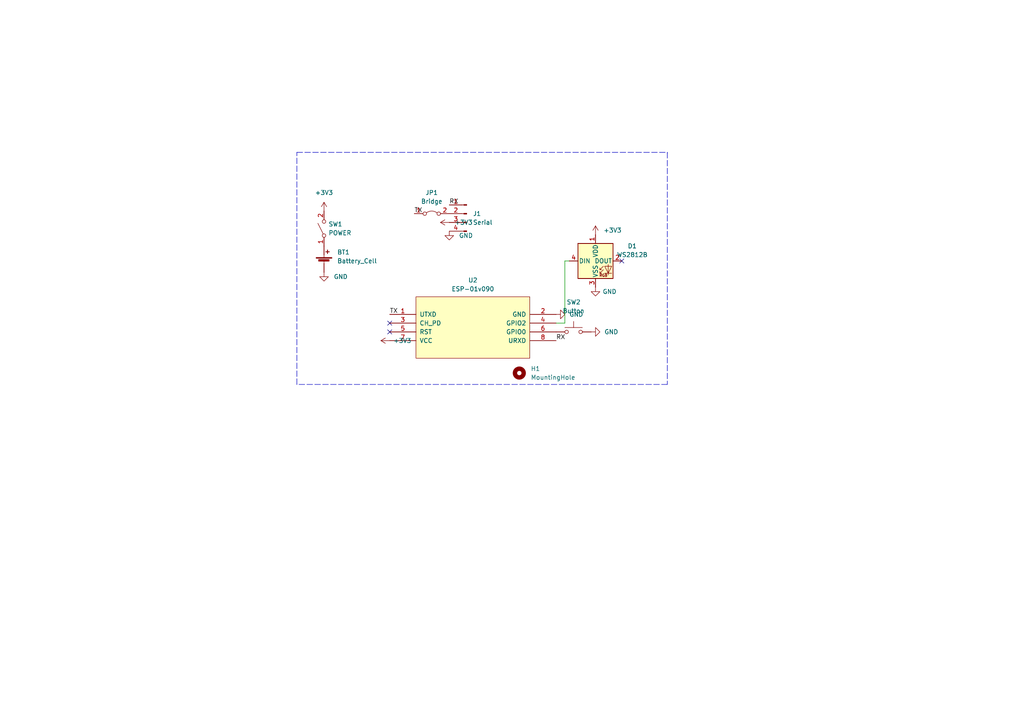
<source format=kicad_sch>
(kicad_sch (version 20211123) (generator eeschema)
  (paper "A4")
  (lib_symbols
    (symbol "Connector:Conn_01x04_Male" (pin_names (offset 1.016) hide)
      (property "Reference" "J" (at 0 5.08 0))
      (property "Value" "Conn_01x04_Male" (at 0 -7.62 0))
      (symbol "Conn_01x04_Male_1_1"
        (polyline (pts (xy 1.27 -5.08) (xy 0.8636 -5.08)) (stroke (width 0.1524)))
        (polyline (pts (xy 1.27 -2.54) (xy 0.8636 -2.54)) (stroke (width 0.1524)))
        (polyline (pts (xy 1.27 0) (xy 0.8636 0)) (stroke (width 0.1524)))
        (polyline (pts (xy 1.27 2.54) (xy 0.8636 2.54)) (stroke (width 0.1524)))
        (rectangle (start 0.8636 -4.953) (end 0 -5.207) (stroke (width 0.1524)) (fill (type outline)))
        (rectangle (start 0.8636 -2.413) (end 0 -2.667) (stroke (width 0.1524)) (fill (type outline)))
        (rectangle (start 0.8636 0.127) (end 0 -0.127) (stroke (width 0.1524)) (fill (type outline)))
        (rectangle (start 0.8636 2.667) (end 0 2.413) (stroke (width 0.1524)) (fill (type outline)))
        (pin passive line (at 5.08 2.54 180) (length 3.81) (name "Pin_1") (number "1"))
        (pin passive line (at 5.08 0 180) (length 3.81) (name "Pin_2") (number "2"))
        (pin passive line (at 5.08 -2.54 180) (length 3.81) (name "Pin_3") (number "3"))
        (pin passive line (at 5.08 -5.08 180) (length 3.81) (name "Pin_4") (number "4"))
      )
    )
    (symbol "Device:Battery_Cell" (pin_numbers hide) (pin_names (offset 0) hide)
      (property "Reference" "BT" (at 2.54 2.54 0))
      (property "Value" "Battery_Cell" (at 2.54 0 0))
      (symbol "Battery_Cell_0_1"
        (rectangle (start -2.286 1.778) (end 2.286 1.524) (fill (type outline)))
        (rectangle (start -1.5748 1.1938) (end 1.4732 0.6858) (fill (type outline)))
        (polyline (pts (xy 0 0.762) (xy 0 0)))
        (polyline (pts (xy 0 1.778) (xy 0 2.54)))
        (polyline (pts (xy 0.508 3.429) (xy 1.524 3.429)) (stroke (width 0.254)))
        (polyline (pts (xy 1.016 3.937) (xy 1.016 2.921)) (stroke (width 0.254)))
      )
      (symbol "Battery_Cell_1_1"
        (pin passive line (at 0 5.08 270) (length 2.54) (name "+") (number "1"))
        (pin passive line (at 0 -2.54 90) (length 2.54) (name "-") (number "2"))
      )
    )
    (symbol "ESP-01v090_1" (pin_names (offset 1.016))
      (property "Reference" "U2" (at 0 13.716 0))
      (property "Value" "ESP-01v090_1" (at 0 11.176 0))
      (symbol "ESP-01v090_1_1_0"
        (rectangle (start -16.51 -8.89) (end 16.51 8.89) (fill (type background)))
      )
      (symbol "ESP-01v090_1_1_1"
        (pin output line (at -24.13 3.81 0) (length 7.62) (name "UTXD") (number "1"))
        (pin power_in line (at 24.13 3.81 180) (length 7.62) (name "GND") (number "2"))
        (pin input line (at -24.13 1.27 0) (length 7.62) (name "CH_PD") (number "3"))
        (pin tri_state line (at 24.13 1.27 180) (length 7.62) (name "GPIO2") (number "4"))
        (pin input line (at -24.13 -1.27 0) (length 7.62) (name "RST") (number "5"))
        (pin tri_state line (at 24.13 -1.27 180) (length 7.62) (name "GPIO0") (number "6"))
        (pin power_in line (at -24.13 -3.81 0) (length 7.62) (name "VCC") (number "7"))
        (pin input line (at 24.13 -3.81 180) (length 7.62) (name "URXD") (number "8"))
      )
    )
    (symbol "Jumper:Jumper_2_Bridged" (pin_names (offset 0) hide)
      (property "Reference" "JP" (at 0 1.905 0))
      (property "Value" "Jumper_2_Bridged" (at 0 -2.54 0))
      (symbol "Jumper_2_Bridged_0_0"
        (circle (center -2.032 0) (radius 0.508))
        (circle (center 2.032 0) (radius 0.508))
      )
      (symbol "Jumper_2_Bridged_0_1"
        (arc (start 1.524 0.254) (mid 0 0.762) (end -1.524 0.254))
      )
      (symbol "Jumper_2_Bridged_1_1"
        (pin passive line (at -5.08 0 0) (length 2.54) (name "A") (number "1"))
        (pin passive line (at 5.08 0 180) (length 2.54) (name "B") (number "2"))
      )
    )
    (symbol "LED:WS2812B" (pin_names (offset 0.254))
      (property "Reference" "D" (at 5.08 5.715 0))
      (property "Value" "WS2812B" (at 1.27 -5.715 0))
      (symbol "WS2812B_0_0"
        (text "RGB" (at 2.286 -4.191 0) (effects (font (size 0.762 0.762))))
      )
      (symbol "WS2812B_0_1"
        (polyline (pts (xy 1.27 -3.556) (xy 1.778 -3.556)))
        (polyline (pts (xy 1.27 -2.54) (xy 1.778 -2.54)))
        (polyline (pts (xy 4.699 -3.556) (xy 2.667 -3.556)))
        (polyline (pts (xy 2.286 -2.54) (xy 1.27 -3.556) (xy 1.27 -3.048)))
        (polyline (pts (xy 2.286 -1.524) (xy 1.27 -2.54) (xy 1.27 -2.032)))
        (polyline (pts (xy 3.683 -1.016) (xy 3.683 -3.556) (xy 3.683 -4.064)))
        (polyline (pts (xy 4.699 -1.524) (xy 2.667 -1.524) (xy 3.683 -3.556) (xy 4.699 -1.524)))
        (rectangle (start 5.08 5.08) (end -5.08 -5.08) (stroke (width 0.254)) (fill (type background)))
      )
      (symbol "WS2812B_1_1"
        (pin power_in line (at 0 7.62 270) (length 2.54) (name "VDD") (number "1"))
        (pin output line (at 7.62 0 180) (length 2.54) (name "DOUT") (number "2"))
        (pin power_in line (at 0 -7.62 90) (length 2.54) (name "VSS") (number "3"))
        (pin input line (at -7.62 0 0) (length 2.54) (name "DIN") (number "4"))
      )
    )
    (symbol "Mechanical:MountingHole" (pin_names (offset 1.016))
      (property "Reference" "H" (at 0 5.08 0))
      (property "Value" "MountingHole" (at 0 3.175 0))
      (symbol "MountingHole_0_1"
        (circle (center 0 0) (radius 1.27) (stroke (width 1.27)))
      )
    )
    (symbol "Switch:SW_Push" (pin_numbers hide) (pin_names (offset 1.016) hide)
      (property "Reference" "SW" (at 1.27 2.54 0))
      (property "Value" "SW_Push" (at 0 -1.524 0))
      (symbol "SW_Push_0_1"
        (circle (center -2.032 0) (radius 0.508))
        (polyline (pts (xy 0 1.27) (xy 0 3.048)))
        (polyline (pts (xy 2.54 1.27) (xy -2.54 1.27)))
        (circle (center 2.032 0) (radius 0.508))
        (pin passive line (at -5.08 0 0) (length 2.54) (name "1") (number "1"))
        (pin passive line (at 5.08 0 180) (length 2.54) (name "2") (number "2"))
      )
    )
    (symbol "Switch:SW_SPST" (pin_names (offset 0) hide)
      (property "Reference" "SW" (at 0 3.175 0))
      (property "Value" "SW_SPST" (at 0 -2.54 0))
      (symbol "SW_SPST_0_0"
        (circle (center -2.032 0) (radius 0.508))
        (polyline (pts (xy -1.524 0.254) (xy 1.524 1.778)))
        (circle (center 2.032 0) (radius 0.508))
      )
      (symbol "SW_SPST_1_1"
        (pin passive line (at -5.08 0 0) (length 2.54) (name "A") (number "1"))
        (pin passive line (at 5.08 0 180) (length 2.54) (name "B") (number "2"))
      )
    )
    (symbol "power:+3V3" (power) (pin_names (offset 0))
      (property "Value" "+3V3" (at 0 3.556 0))
      (symbol "+3V3_0_1"
        (polyline (pts (xy -0.762 1.27) (xy 0 2.54)))
        (polyline (pts (xy 0 0) (xy 0 2.54)))
        (polyline (pts (xy 0 2.54) (xy 0.762 1.27)))
      )
      (symbol "+3V3_1_1"
        (pin power_in line (at 0 0 90) (length 0) hide (name "+3V3") (number "1"))
      )
    )
    (symbol "power:GND" (power) (pin_names (offset 0))
      (property "Value" "GND" (at 0 -3.81 0))
      (symbol "GND_0_1"
        (polyline (pts (xy 0 0) (xy 0 -1.27) (xy 1.27 -1.27) (xy 0 -2.54) (xy -1.27 -1.27) (xy 0 -1.27)))
      )
      (symbol "GND_1_1"
        (pin power_in line (at 0 0 270) (length 0) hide (name "GND") (number "1"))
      )
    )
  )
  (no_connect (at 180.34 75.692))
  (no_connect (at 113.03 93.726))
  (no_connect (at 113.03 96.266))
  (polyline (pts (xy 86.106 111.506) (xy 86.106 44.196)))
  (polyline (pts (xy 193.548 44.196) (xy 193.548 111.506)))
  (wire (pts (xy 163.83 75.692) (xy 165.1 75.692)))
  (polyline (pts (xy 193.548 44.196) (xy 193.548 44.45)))
  (polyline (pts (xy 86.106 44.196) (xy 193.548 44.196)))
  (wire (pts (xy 161.29 93.726) (xy 163.83 93.726)))
  (polyline (pts (xy 193.548 111.506) (xy 86.106 111.506)))
  (wire (pts (xy 163.83 93.726) (xy 163.83 75.692)))
  (label "RX" (at 161.29 98.806 0))
  (label "TX" (at 120.142 61.976 0))
  (label "RX" (at 130.302 59.436 0))
  (label "TX" (at 113.03 91.186 0))
  (symbol (lib_id "power:GND") (at 171.45 96.266 90) (unit 1)
    (property "Reference" "#PWR0102" (effects hide))
    (property "Value" "GND" (at 175.26 96.2659 90) (effects (justify right)))
  )
  (symbol (lib_id "power:GND") (at 130.302 67.056 0) (unit 1)
    (property "Reference" "#PWR0108" (effects hide))
    (property "Value" "GND" (at 133.096 68.3259 0) (effects (justify left)))
  )
  (symbol (lib_id "power:GND") (at 93.98 78.994 0) (unit 1)
    (property "Reference" "#PWR0106" (effects hide))
    (property "Value" "GND" (at 96.774 80.2639 0) (effects (justify left)))
  )
  (symbol (lib_id "Jumper:Jumper_2_Bridged") (at 125.222 61.976 0) (unit 1)
    (property "Reference" "JP1" (at 125.222 55.88 0))
    (property "Value" "Bridge" (at 125.222 58.42 0))
    (property "Footprint" "Resistor_THT:R_Axial_DIN0204_L3.6mm_D1.6mm_P5.08mm_Horizontal" (effects hide))
  )
  (symbol (lib_id "power:+3V3") (at 93.98 61.214 0) (unit 1)
    (property "Reference" "#PWR0105" (effects hide))
    (property "Value" "+3V3" (at 93.98 55.88 0))
  )
  (symbol (lib_id "power:GND") (at 161.29 91.186 90) (unit 1)
    (property "Reference" "#PWR0107" (effects hide))
    (property "Value" "GND" (at 165.1 91.1859 90) (effects (justify right)))
  )
  (symbol (lib_id "LED:WS2812B") (at 172.72 75.692 0) (unit 1)
    (property "Reference" "D1" (at 183.388 71.3613 0))
    (property "Value" "WS2812B" (at 183.388 73.9013 0))
    (property "Footprint" "LED_THT:LED_D5.0mm-4_RGB_Wide_Pins" (effects hide))
    (property "Datasheet" "https://cdn-shop.adafruit.com/datasheets/WS2812B.pdf" (effects hide))
  )
  (symbol (lib_id "power:+3V3") (at 113.03 98.806 90) (unit 1)
    (property "Reference" "#PWR0104" (effects hide))
    (property "Value" "+3V3" (at 114.046 98.8059 90) (effects (justify right)))
  )
  (symbol (lib_id "Mechanical:MountingHole") (at 150.622 108.204 0) (unit 1)
    (property "Reference" "H1" (at 153.924 106.9339 0) (effects (justify left)))
    (property "Value" "MountingHole" (at 153.924 109.4739 0) (effects (justify left)))
    (property "Footprint" "MountingHole:MountingHole_3mm" (effects hide))
  )
  (symbol (lib_id "Switch:SW_Push") (at 166.37 96.266 0) (unit 1)
    (property "Reference" "SW2" (at 166.37 87.63 0))
    (property "Value" "Button" (at 166.37 90.17 0))
    (property "Footprint" "Button_Switch_THT:SW_PUSH_6mm_H4.3mm" (effects hide))
  )
  (symbol (lib_id "Switch:SW_SPST") (at 93.98 66.294 90) (unit 1)
    (property "Reference" "SW1" (at 95.25 65.0239 90) (effects (justify right)))
    (property "Value" "POWER" (at 95.25 67.5639 90) (effects (justify right)))
    (property "Footprint" "Button_Switch_SMD:SW_SPDT_CK-JS102011SAQN" (effects hide))
  )
  (symbol (lib_name "ESP-01v090_1") (lib_id "ESP8266:ESP-01v090") (at 137.16 94.996 0) (unit 1)
    (property "Reference" "U2" (at 137.16 81.28 0))
    (property "Value" "ESP-01v090" (at 137.16 83.82 0))
    (property "Footprint" "ESP8266:ESP-01" (effects hide))
    (property "Datasheet" "http://l0l.org.uk/2014/12/esp8266-modules-hardware-guide-gotta-catch-em-all/" (effects hide))
  )
  (symbol (lib_id "power:+3V3") (at 172.72 68.072 0) (unit 1)
    (property "Reference" "#PWR0101" (effects hide))
    (property "Value" "+3V3" (at 175.006 66.8019 0) (effects (justify left)))
  )
  (symbol (lib_id "Device:Battery_Cell") (at 93.98 76.454 0) (unit 1)
    (property "Reference" "BT1" (at 97.79 73.1519 0) (effects (justify left)))
    (property "Value" "Battery_Cell" (at 97.79 75.6919 0) (effects (justify left)))
    (property "Footprint" "Battery:BatteryHolder_Keystone_2479_3xAAA" (effects hide))
  )
  (symbol (lib_id "power:GND") (at 172.72 83.312 0) (unit 1)
    (property "Reference" "#PWR0103" (effects hide))
    (property "Value" "GND" (at 174.752 84.5819 0) (effects (justify left)))
  )
  (symbol (lib_id "Connector:Conn_01x04_Male") (at 135.382 61.976 0) (mirror y) (unit 1)
    (property "Reference" "J1" (at 137.16 61.9759 0) (effects (justify right)))
    (property "Value" "Serial" (at 137.16 64.5159 0) (effects (justify right)))
    (property "Footprint" "Connector_PinHeader_2.54mm:PinHeader_1x04_P2.54mm_Horizontal" (effects hide))
  )
  (symbol (lib_id "power:+3V3") (at 130.302 64.516 90) (unit 1)
    (property "Reference" "#PWR0109" (effects hide))
    (property "Value" "+3V3" (at 131.826 64.5159 90) (effects (justify right)))
  )
)
</source>
